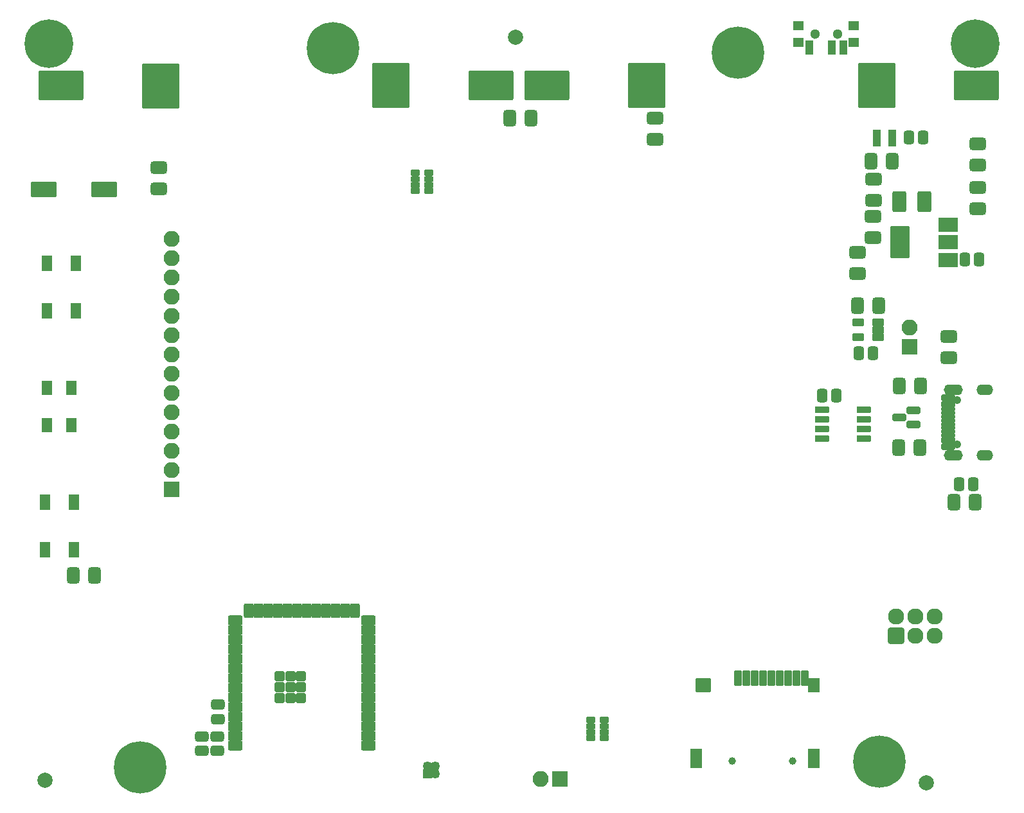
<source format=gbr>
%TF.GenerationSoftware,KiCad,Pcbnew,9.0.3*%
%TF.CreationDate,2025-12-07T17:58:41-06:00*%
%TF.ProjectId,CC14,43433134-2e6b-4696-9361-645f70636258,Prototype_v2.2*%
%TF.SameCoordinates,Original*%
%TF.FileFunction,Soldermask,Bot*%
%TF.FilePolarity,Negative*%
%FSLAX46Y46*%
G04 Gerber Fmt 4.6, Leading zero omitted, Abs format (unit mm)*
G04 Created by KiCad (PCBNEW 9.0.3) date 2025-12-07 17:58:41*
%MOMM*%
%LPD*%
G01*
G04 APERTURE LIST*
G04 Aperture macros list*
%AMRoundRect*
0 Rectangle with rounded corners*
0 $1 Rounding radius*
0 $2 $3 $4 $5 $6 $7 $8 $9 X,Y pos of 4 corners*
0 Add a 4 corners polygon primitive as box body*
4,1,4,$2,$3,$4,$5,$6,$7,$8,$9,$2,$3,0*
0 Add four circle primitives for the rounded corners*
1,1,$1+$1,$2,$3*
1,1,$1+$1,$4,$5*
1,1,$1+$1,$6,$7*
1,1,$1+$1,$8,$9*
0 Add four rect primitives between the rounded corners*
20,1,$1+$1,$2,$3,$4,$5,0*
20,1,$1+$1,$4,$5,$6,$7,0*
20,1,$1+$1,$6,$7,$8,$9,0*
20,1,$1+$1,$8,$9,$2,$3,0*%
G04 Aperture macros list end*
%ADD10O,2.127200X2.127200*%
%ADD11RoundRect,0.200000X-0.863600X0.863600X-0.863600X-0.863600X0.863600X-0.863600X0.863600X0.863600X0*%
%ADD12C,2.127200*%
%ADD13C,6.900000*%
%ADD14C,6.400000*%
%ADD15RoundRect,0.200000X0.425000X-0.425000X0.425000X0.425000X-0.425000X0.425000X-0.425000X-0.425000X0*%
%ADD16O,1.250000X1.250000*%
%ADD17RoundRect,0.330000X0.745000X-0.495000X0.745000X0.495000X-0.745000X0.495000X-0.745000X-0.495000X0*%
%ADD18RoundRect,0.330000X-0.745000X0.495000X-0.745000X-0.495000X0.745000X-0.495000X0.745000X0.495000X0*%
%ADD19RoundRect,0.330000X0.495000X0.745000X-0.495000X0.745000X-0.495000X-0.745000X0.495000X-0.745000X0*%
%ADD20RoundRect,0.250000X0.687500X0.250000X-0.687500X0.250000X-0.687500X-0.250000X0.687500X-0.250000X0*%
%ADD21RoundRect,0.200000X-2.750000X-1.750000X2.750000X-1.750000X2.750000X1.750000X-2.750000X1.750000X0*%
%ADD22RoundRect,0.200000X-2.250000X-2.750000X2.250000X-2.750000X2.250000X2.750000X-2.250000X2.750000X0*%
%ADD23C,1.000000*%
%ADD24RoundRect,0.200000X0.350000X0.800000X-0.350000X0.800000X-0.350000X-0.800000X0.350000X-0.800000X0*%
%ADD25RoundRect,0.200000X0.600000X1.100000X-0.600000X1.100000X-0.600000X-1.100000X0.600000X-1.100000X0*%
%ADD26RoundRect,0.200000X0.600000X0.750000X-0.600000X0.750000X-0.600000X-0.750000X0.600000X-0.750000X0*%
%ADD27RoundRect,0.200000X0.800000X0.750000X-0.800000X0.750000X-0.800000X-0.750000X0.800000X-0.750000X0*%
%ADD28RoundRect,0.200000X0.850000X-0.850000X0.850000X0.850000X-0.850000X0.850000X-0.850000X-0.850000X0*%
%ADD29O,2.100000X2.100000*%
%ADD30RoundRect,0.200000X-0.850000X-0.850000X0.850000X-0.850000X0.850000X0.850000X-0.850000X0.850000X0*%
%ADD31RoundRect,0.200000X-0.500000X0.850000X-0.500000X-0.850000X0.500000X-0.850000X0.500000X0.850000X0*%
%ADD32RoundRect,0.343750X0.556250X-0.343750X0.556250X0.343750X-0.556250X0.343750X-0.556250X-0.343750X0*%
%ADD33RoundRect,0.343750X-0.343750X-0.556250X0.343750X-0.556250X0.343750X0.556250X-0.343750X0.556250X0*%
%ADD34RoundRect,0.330000X-0.495000X-0.745000X0.495000X-0.745000X0.495000X0.745000X-0.495000X0.745000X0*%
%ADD35C,2.000000*%
%ADD36RoundRect,0.200000X-0.400000X-0.250000X0.400000X-0.250000X0.400000X0.250000X-0.400000X0.250000X0*%
%ADD37RoundRect,0.200000X-0.400000X-0.200000X0.400000X-0.200000X0.400000X0.200000X-0.400000X0.200000X0*%
%ADD38RoundRect,0.200000X-0.750000X-0.450000X0.750000X-0.450000X0.750000X0.450000X-0.750000X0.450000X0*%
%ADD39RoundRect,0.200000X-0.450000X0.750000X-0.450000X-0.750000X0.450000X-0.750000X0.450000X0.750000X0*%
%ADD40RoundRect,0.200000X0.750000X0.450000X-0.750000X0.450000X-0.750000X-0.450000X0.750000X-0.450000X0*%
%ADD41RoundRect,0.200000X0.450000X0.450000X-0.450000X0.450000X-0.450000X-0.450000X0.450000X-0.450000X0*%
%ADD42RoundRect,0.070000X-0.875000X0.325000X-0.875000X-0.325000X0.875000X-0.325000X0.875000X0.325000X0*%
%ADD43RoundRect,0.343750X-0.556250X0.343750X-0.556250X-0.343750X0.556250X-0.343750X0.556250X0.343750X0*%
%ADD44RoundRect,0.200000X-0.500000X0.750000X-0.500000X-0.750000X0.500000X-0.750000X0.500000X0.750000X0*%
%ADD45RoundRect,0.200000X-1.500000X-0.800000X1.500000X-0.800000X1.500000X0.800000X-1.500000X0.800000X0*%
%ADD46RoundRect,0.343750X0.343750X0.556250X-0.343750X0.556250X-0.343750X-0.556250X0.343750X-0.556250X0*%
%ADD47RoundRect,0.200000X-0.600000X0.300000X-0.600000X-0.300000X0.600000X-0.300000X0.600000X0.300000X0*%
%ADD48RoundRect,0.316668X-0.633332X-1.058332X0.633332X-1.058332X0.633332X1.058332X-0.633332X1.058332X0*%
%ADD49RoundRect,0.200000X-0.500000X-0.400000X0.500000X-0.400000X0.500000X0.400000X-0.500000X0.400000X0*%
%ADD50C,1.300000*%
%ADD51RoundRect,0.200000X-0.350000X-0.750000X0.350000X-0.750000X0.350000X0.750000X-0.350000X0.750000X0*%
%ADD52RoundRect,0.200000X2.750000X1.750000X-2.750000X1.750000X-2.750000X-1.750000X2.750000X-1.750000X0*%
%ADD53RoundRect,0.200000X2.250000X2.750000X-2.250000X2.750000X-2.250000X-2.750000X2.250000X-2.750000X0*%
%ADD54RoundRect,0.200000X0.500000X-0.850000X0.500000X0.850000X-0.500000X0.850000X-0.500000X-0.850000X0*%
%ADD55RoundRect,0.200000X0.350000X0.150000X-0.350000X0.150000X-0.350000X-0.150000X0.350000X-0.150000X0*%
%ADD56C,1.050000*%
%ADD57RoundRect,0.200000X-0.700000X0.125000X-0.700000X-0.125000X0.700000X-0.125000X0.700000X0.125000X0*%
%ADD58O,2.200000X1.400000*%
%ADD59O,2.500000X1.400000*%
%ADD60RoundRect,0.200000X-1.100000X0.750000X-1.100000X-0.750000X1.100000X-0.750000X1.100000X0.750000X0*%
%ADD61RoundRect,0.200000X-1.100000X1.900000X-1.100000X-1.900000X1.100000X-1.900000X1.100000X1.900000X0*%
G04 APERTURE END LIST*
D10*
%TO.C,X1*%
X204250000Y-135240000D03*
D11*
X204250000Y-137780000D03*
D10*
X206790000Y-135240000D03*
X206790000Y-137780000D03*
D12*
X209330000Y-135240000D03*
X209330000Y-137780000D03*
%TD*%
D13*
%TO.C,*%
X183394160Y-60880000D03*
%TD*%
D14*
%TO.C,REF\u002A\u002A*%
X92604160Y-59640000D03*
%TD*%
%TO.C,REF\u002A\u002A*%
X214664160Y-59680000D03*
%TD*%
D15*
%TO.C,REF\u002A\u002A*%
X142504160Y-155940000D03*
D16*
X142504160Y-154940000D03*
X143504160Y-155940000D03*
X143504160Y-154940000D03*
%TD*%
D13*
%TO.C,*%
X104624160Y-155105000D03*
%TD*%
D17*
%TO.C,D2*%
X201224160Y-80330000D03*
X201224160Y-77530000D03*
%TD*%
D13*
%TO.C,REF\u002A\u002A*%
X130024160Y-60250001D03*
%TD*%
D18*
%TO.C,R1*%
X214974160Y-72880000D03*
X214974160Y-75680000D03*
%TD*%
D19*
%TO.C,R4*%
X98660000Y-129780000D03*
X95860000Y-129780000D03*
%TD*%
D20*
%TO.C,D19*%
X206534160Y-108005000D03*
X206534160Y-109905000D03*
X204659160Y-108955000D03*
%TD*%
D21*
%TO.C,BT2*%
X158230000Y-65180000D03*
D22*
X171405000Y-65180000D03*
X201705000Y-65155000D03*
D21*
X214830000Y-65180000D03*
%TD*%
D23*
%TO.C,J2*%
X190604160Y-154290000D03*
X182604160Y-154290000D03*
D24*
X183404160Y-143290000D03*
X184504160Y-143290000D03*
X185604160Y-143290000D03*
X186704160Y-143290000D03*
X187804160Y-143290000D03*
X188904160Y-143290000D03*
X190004160Y-143290000D03*
X191104160Y-143290000D03*
X192204160Y-143290000D03*
D25*
X193404160Y-153890000D03*
D26*
X193404160Y-144290000D03*
D27*
X178804160Y-144290000D03*
D25*
X177904160Y-153890000D03*
%TD*%
D28*
%TO.C,J4*%
X159924160Y-156630000D03*
D29*
X157384160Y-156630000D03*
%TD*%
D30*
%TO.C,J1*%
X205984160Y-99645000D03*
D29*
X205984160Y-97105000D03*
%TD*%
D31*
%TO.C,SW3*%
X92110000Y-120120000D03*
X92110000Y-126420000D03*
X95910000Y-120120000D03*
X95910000Y-126420000D03*
%TD*%
D32*
%TO.C,C9*%
X114854160Y-148707500D03*
X114854160Y-146832500D03*
%TD*%
D33*
%TO.C,C2*%
X199304160Y-100457244D03*
X201179160Y-100457244D03*
%TD*%
%TO.C,C6*%
X213279160Y-88115000D03*
X215154160Y-88115000D03*
%TD*%
D17*
%TO.C,R10*%
X107074160Y-78780000D03*
X107074160Y-75980000D03*
%TD*%
D18*
%TO.C,R6*%
X211154160Y-98285000D03*
X211154160Y-101085000D03*
%TD*%
D34*
%TO.C,F2*%
X153334160Y-69480000D03*
X156134160Y-69480000D03*
%TD*%
D35*
%TO.C,Fid-3*%
X208214160Y-157140000D03*
%TD*%
D36*
%TO.C,RN2*%
X140855160Y-79103000D03*
D37*
X140855160Y-78303000D03*
X140855160Y-77503000D03*
D36*
X140855160Y-76703000D03*
X142655160Y-76703000D03*
D37*
X142655160Y-77503000D03*
X142655160Y-78303000D03*
D36*
X142655160Y-79103000D03*
%TD*%
D19*
%TO.C,R7*%
X207371160Y-112905000D03*
X204571160Y-112905000D03*
%TD*%
%TO.C,R8*%
X207434160Y-104775000D03*
X204634160Y-104775000D03*
%TD*%
D35*
%TO.C,Fid-2*%
X154054160Y-58820000D03*
%TD*%
D38*
%TO.C,U2*%
X117199160Y-152231396D03*
X117199160Y-150961396D03*
X117199160Y-149691396D03*
X117199160Y-148421396D03*
X117199160Y-147151396D03*
X117199160Y-145881396D03*
X117199160Y-144611396D03*
X117199160Y-143341396D03*
X117199160Y-142071396D03*
X117199160Y-140801396D03*
X117199160Y-139531396D03*
X117199160Y-138261396D03*
X117199160Y-136991396D03*
X117199160Y-135721396D03*
D39*
X118964160Y-134471396D03*
X120234160Y-134471396D03*
X121504160Y-134471396D03*
X122774160Y-134471396D03*
X124044160Y-134471396D03*
X125314160Y-134471396D03*
X126584160Y-134471396D03*
X127854160Y-134471396D03*
X129124160Y-134471396D03*
X130394160Y-134471396D03*
X131664160Y-134471396D03*
X132934160Y-134471396D03*
D40*
X134699160Y-135721396D03*
X134699160Y-136991396D03*
X134699160Y-138261396D03*
X134699160Y-139531396D03*
X134699160Y-140801396D03*
X134699160Y-142071396D03*
X134699160Y-143341396D03*
X134699160Y-144611396D03*
X134699160Y-145881396D03*
X134699160Y-147151396D03*
X134699160Y-148421396D03*
X134699160Y-149691396D03*
X134699160Y-150961396D03*
X134699160Y-152231396D03*
D41*
X123049160Y-143111396D03*
X123049160Y-144511396D03*
X123049160Y-145911396D03*
X124449160Y-143111396D03*
X124449160Y-144511396D03*
X124449160Y-145911396D03*
X125849160Y-143111396D03*
X125849160Y-144511396D03*
X125849160Y-145911396D03*
%TD*%
D42*
%TO.C,U3*%
X200014160Y-107955000D03*
X200014160Y-109225000D03*
X200014160Y-110495000D03*
X200014160Y-111765000D03*
X194514160Y-111765000D03*
X194514160Y-110495000D03*
X194514160Y-109225000D03*
X194514160Y-107955000D03*
%TD*%
D43*
%TO.C,C4*%
X112784160Y-151022500D03*
X112784160Y-152897500D03*
%TD*%
D44*
%TO.C,D17*%
X92394160Y-105055000D03*
X95594160Y-105055000D03*
X95594160Y-109955000D03*
X92394160Y-109955000D03*
%TD*%
D35*
%TO.C,Fid-1*%
X92134160Y-156780000D03*
%TD*%
D13*
%TO.C,REF\u002A\u002A*%
X202044160Y-154330001D03*
%TD*%
D45*
%TO.C,BZ1*%
X91914160Y-78900000D03*
X99914160Y-78900000D03*
%TD*%
D46*
%TO.C,C8*%
X214404160Y-117725000D03*
X212529160Y-117725000D03*
%TD*%
D33*
%TO.C,C5*%
X194454216Y-106103400D03*
X196329216Y-106103400D03*
%TD*%
D30*
%TO.C,J3*%
X108814160Y-118420000D03*
D29*
X108814160Y-115880000D03*
X108814160Y-113340000D03*
X108814160Y-110800000D03*
X108814160Y-108260000D03*
X108814160Y-105720000D03*
X108814160Y-103180000D03*
X108814160Y-100640000D03*
X108814160Y-98100000D03*
X108814160Y-95560000D03*
X108814160Y-93020000D03*
X108814160Y-90480000D03*
X108814160Y-87940000D03*
X108814160Y-85400000D03*
%TD*%
D19*
%TO.C,R13*%
X203684160Y-75165000D03*
X200884160Y-75165000D03*
%TD*%
D17*
%TO.C,R9*%
X199144160Y-89980000D03*
X199144160Y-87180000D03*
%TD*%
D18*
%TO.C,F1*%
X172494160Y-69500000D03*
X172494160Y-72300000D03*
%TD*%
D47*
%TO.C,U1*%
X201857404Y-96453244D03*
X201857404Y-97403244D03*
X201857404Y-98353244D03*
X199257404Y-98353244D03*
X199257404Y-96453244D03*
%TD*%
D19*
%TO.C,R5*%
X214624160Y-120125000D03*
X211824160Y-120125000D03*
%TD*%
D48*
%TO.C,C7*%
X204674160Y-80490000D03*
X207924160Y-80490000D03*
%TD*%
D49*
%TO.C,SW1*%
X191364160Y-57340000D03*
X191364160Y-59550000D03*
D50*
X193514160Y-58440000D03*
X196514160Y-58440000D03*
D49*
X198664160Y-57340000D03*
X198664160Y-59550000D03*
D51*
X192764160Y-60200000D03*
X195764160Y-60200000D03*
X197264160Y-60200000D03*
%TD*%
D52*
%TO.C,BT1*%
X150850000Y-65210000D03*
D53*
X137675000Y-65210000D03*
X107375000Y-65235000D03*
D52*
X94250000Y-65210000D03*
%TD*%
D43*
%TO.C,C3*%
X114824160Y-151002500D03*
X114824160Y-152877500D03*
%TD*%
D54*
%TO.C,SW2*%
X96200000Y-94920000D03*
X96200000Y-88620000D03*
X92400000Y-94920000D03*
X92400000Y-88620000D03*
%TD*%
D36*
%TO.C,RN1*%
X163974160Y-151240000D03*
D37*
X163974160Y-150440000D03*
X163974160Y-149640000D03*
D36*
X163974160Y-148840000D03*
X165774160Y-148840000D03*
D37*
X165774160Y-149640000D03*
X165774160Y-150440000D03*
D36*
X165774160Y-151240000D03*
%TD*%
D17*
%TO.C,D1*%
X214994160Y-81430000D03*
X214994160Y-78630000D03*
%TD*%
D46*
%TO.C,C10*%
X207764160Y-72055000D03*
X205889160Y-72055000D03*
%TD*%
D55*
%TO.C,U5*%
X203690000Y-71390000D03*
X203690000Y-71890000D03*
X203690000Y-72390000D03*
X203690000Y-72890000D03*
X201710000Y-72890000D03*
X201710000Y-72390000D03*
X201710000Y-71890000D03*
X201710000Y-71390000D03*
%TD*%
D18*
%TO.C,R3*%
X201204160Y-82460000D03*
X201204160Y-85260000D03*
%TD*%
D56*
%TO.C,J8*%
X212274160Y-106705000D03*
X212274160Y-112485000D03*
D57*
X211074160Y-106270000D03*
X211074160Y-107070000D03*
X211074160Y-108345000D03*
X211074160Y-109345000D03*
X211074160Y-109845000D03*
X211074160Y-107845000D03*
X211074160Y-112120000D03*
X211074160Y-112920000D03*
X211074160Y-112670000D03*
X211074160Y-111870000D03*
X211074160Y-111345000D03*
X211074160Y-110345000D03*
X211074160Y-108845000D03*
X211074160Y-110845000D03*
X211074160Y-107320000D03*
X211074160Y-106520000D03*
D58*
X215924160Y-105275000D03*
D59*
X211774160Y-105275000D03*
D58*
X215924160Y-113915000D03*
D59*
X211774160Y-113915000D03*
%TD*%
D60*
%TO.C,U4*%
X211064160Y-83570000D03*
X211064160Y-85870000D03*
X211064160Y-88170000D03*
D61*
X204764160Y-85870000D03*
%TD*%
D34*
%TO.C,R2*%
X199095660Y-94234244D03*
X201895660Y-94234244D03*
%TD*%
M02*

</source>
